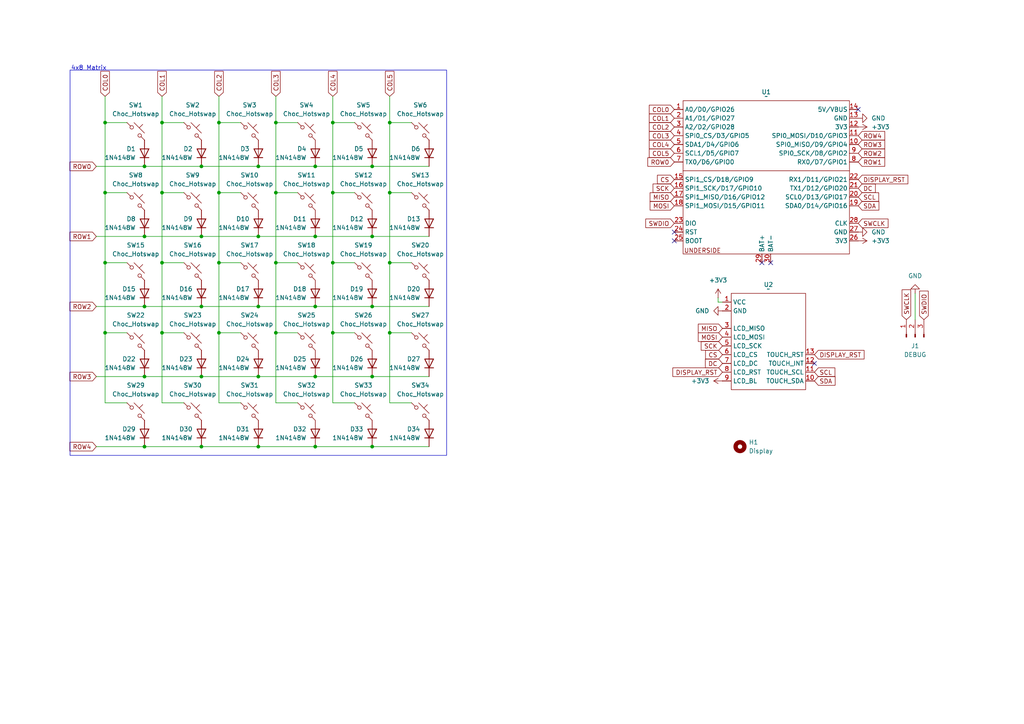
<source format=kicad_sch>
(kicad_sch (version 20231120) (generator "eeschema") (generator_version "8.0")
  (paper "A4")
  (lib_symbols
    (symbol "Connector:Conn_01x03_Pin" (pin_names (offset 1.016) hide)
      (property "Reference" "J" (at 0 5.08 0))
      (property "Value" "Conn_01x03_Pin" (at 0 -5.08 0))
      (symbol "Conn_01x03_Pin_1_1"
        (polyline (pts (xy 1.27 -2.54) (xy 0.8636 -2.54)) (stroke (width 0.1524)))
        (polyline (pts (xy 1.27 0) (xy 0.8636 0)) (stroke (width 0.1524)))
        (polyline (pts (xy 1.27 2.54) (xy 0.8636 2.54)) (stroke (width 0.1524)))
        (rectangle (start 0.8636 -2.413) (end 0 -2.667) (stroke (width 0.1524)) (fill (type outline)))
        (rectangle (start 0.8636 0.127) (end 0 -0.127) (stroke (width 0.1524)) (fill (type outline)))
        (rectangle (start 0.8636 2.667) (end 0 2.413) (stroke (width 0.1524)) (fill (type outline)))
        (pin passive line (at 5.08 2.54 180) (length 3.81) (name "Pin_1") (number "1"))
        (pin passive line (at 5.08 0 180) (length 3.81) (name "Pin_2") (number "2"))
        (pin passive line (at 5.08 -2.54 180) (length 3.81) (name "Pin_3") (number "3"))
      )
    )
    (symbol "Diode:1N4148W" (pin_numbers hide) (pin_names hide)
      (property "Reference" "D" (at 0 2.54 0))
      (property "Value" "1N4148W" (at 0 -2.54 0))
      (symbol "1N4148W_0_1"
        (polyline (pts (xy -1.27 1.27) (xy -1.27 -1.27)) (stroke (width 0.254)))
        (polyline (pts (xy 1.27 0) (xy -1.27 0)))
        (polyline (pts (xy 1.27 1.27) (xy 1.27 -1.27) (xy -1.27 0) (xy 1.27 1.27)) (stroke (width 0.254)))
      )
      (symbol "1N4148W_1_1"
        (pin passive line (at -3.81 0 0) (length 2.54) (name "K") (number "1"))
        (pin passive line (at 3.81 0 180) (length 2.54) (name "A") (number "2"))
      )
    )
    (symbol "Mechanical:MountingHole" (pin_names (offset 1.016)) (exclude_from_sim yes) (in_bom no)
      (property "Reference" "H" (at 0 5.08 0))
      (property "Value" "MountingHole" (at 0 3.175 0))
      (symbol "MountingHole_0_1"
        (circle (center 0 0) (radius 1.27) (stroke (width 1.27)))
      )
    )
    (symbol "Switch:SW_Push_45deg" (pin_numbers hide) (pin_names (offset 1.016) hide)
      (property "Reference" "SW" (at 3.048 1.016 0))
      (property "Value" "SW_Push_45deg" (at 0 -3.81 0))
      (symbol "SW_Push_45deg_0_1"
        (circle (center -1.1684 1.1684) (radius 0.508))
        (polyline (pts (xy -0.508 2.54) (xy 2.54 -0.508)))
        (polyline (pts (xy 1.016 1.016) (xy 2.032 2.032)))
        (polyline (pts (xy -2.54 2.54) (xy -1.524 1.524) (xy -1.524 1.524)))
        (polyline (pts (xy 1.524 -1.524) (xy 2.54 -2.54) (xy 2.54 -2.54) (xy 2.54 -2.54)))
        (circle (center 1.143 -1.1938) (radius 0.508))
        (pin passive line (at -2.54 2.54 0) (length 0) (name "1") (number "1"))
        (pin passive line (at 2.54 -2.54 180) (length 0) (name "2") (number "2"))
      )
    )
    (symbol "cgx_kb:Waveshare-Touch-LCD"
      (property "Reference" "U" (at 0.508 0.762 0))
      (symbol "Waveshare-Touch-LCD_0_1"
        (rectangle (start 0 0) (end 21.59 -27.94))
      )
      (symbol "Waveshare-Touch-LCD_1_1"
        (pin power_in line (at -2.54 -2.54 0) (length 2.54) (name "VCC") (number "1"))
        (pin input line (at 24.13 -25.4 180) (length 2.54) (name "TOUCH_SDA") (number "10"))
        (pin input line (at 24.13 -22.86 180) (length 2.54) (name "TOUCH_SCL") (number "11"))
        (pin input line (at 24.13 -20.32 180) (length 2.54) (name "TOUCH_INT") (number "12"))
        (pin input line (at 24.13 -17.78 180) (length 2.54) (name "TOUCH_RST") (number "13"))
        (pin power_in line (at -2.54 -5.08 0) (length 2.54) (name "GND") (number "2"))
        (pin output line (at -2.54 -10.16 0) (length 2.54) (name "LCD_MISO") (number "3"))
        (pin input line (at -2.54 -12.7 0) (length 2.54) (name "LCD_MOSI") (number "4"))
        (pin input line (at -2.54 -15.24 0) (length 2.54) (name "LCD_SCK") (number "5"))
        (pin input line (at -2.54 -17.78 0) (length 2.54) (name "LCD_CS") (number "6"))
        (pin input line (at -2.54 -20.32 0) (length 2.54) (name "LCD_DC") (number "7"))
        (pin input line (at -2.54 -22.86 0) (length 2.54) (name "LCD_RST") (number "8"))
        (pin input line (at -2.54 -25.4 0) (length 2.54) (name "LCD_BL") (number "9"))
      )
    )
    (symbol "cgx_kb:Xiao_2350"
      (property "Reference" "U" (at 0.762 1.016 0))
      (symbol "Xiao_2350_0_1"
        (polyline (pts (xy 0 -20.32) (xy 48.26 -20.32)))
        (rectangle (start 0 0) (end 48.26 -44.45))
      )
      (symbol "Xiao_2350_1_1"
        (text "UNDERSIDE" (at 0.254 -44.196 0) (effects (font (size 1.27 1.27)) (justify left bottom)))
        (pin bidirectional line (at -2.54 -2.54 0) (length 2.54) (name "A0/D0/GPIO26") (number "1"))
        (pin bidirectional line (at 50.8 -12.7 180) (length 2.54) (name "SPI0_MISO/D9/GPIO4") (number "10"))
        (pin bidirectional line (at 50.8 -10.16 180) (length 2.54) (name "SPI0_MOSI/D10/GPIO3") (number "11"))
        (pin power_out line (at 50.8 -7.62 180) (length 2.54) (name "3V3") (number "12"))
        (pin power_out line (at 50.8 -5.08 180) (length 2.54) (name "GND") (number "13"))
        (pin power_in line (at 50.8 -2.54 180) (length 2.54) (name "5V/VBUS") (number "14"))
        (pin bidirectional line (at -2.54 -22.86 0) (length 2.54) (name "SPI1_CS/D18/GPIO9") (number "15"))
        (pin bidirectional line (at -2.54 -25.4 0) (length 2.54) (name "SPI1_SCK/D17/GPIO10") (number "16"))
        (pin bidirectional line (at -2.54 -27.94 0) (length 2.54) (name "SPI1_MISO/D16/GPIO12") (number "17"))
        (pin bidirectional line (at -2.54 -30.48 0) (length 2.54) (name "SPI1_MOSI/D15/GPIO11") (number "18"))
        (pin bidirectional line (at 50.8 -30.48 180) (length 2.54) (name "SDA0/D14/GPIO16") (number "19"))
        (pin bidirectional line (at -2.54 -5.08 0) (length 2.54) (name "A1/D1/GPIO27") (number "2"))
        (pin bidirectional line (at 50.8 -27.94 180) (length 2.54) (name "SCL0/D13/GPIO17") (number "20"))
        (pin bidirectional line (at 50.8 -25.4 180) (length 2.54) (name "TX1/D12/GPIO20") (number "21"))
        (pin bidirectional line (at 50.8 -22.86 180) (length 2.54) (name "RX1/D11/GPIO21") (number "22"))
        (pin bidirectional line (at -2.54 -35.56 0) (length 2.54) (name "DIO") (number "23"))
        (pin input line (at -2.54 -38.1 0) (length 2.54) (name "RST") (number "24"))
        (pin input line (at -2.54 -40.64 0) (length 2.54) (name "BOOT") (number "25"))
        (pin power_out line (at 50.8 -40.64 180) (length 2.54) (name "3V3") (number "26"))
        (pin power_in line (at 50.8 -38.1 180) (length 2.54) (name "GND") (number "27"))
        (pin bidirectional line (at 50.8 -35.56 180) (length 2.54) (name "CLK") (number "28"))
        (pin power_in line (at 22.86 -46.99 90) (length 2.54) (name "BAT+") (number "29"))
        (pin bidirectional line (at -2.54 -7.62 0) (length 2.54) (name "A2/D2/GPIO28") (number "3"))
        (pin power_in line (at 25.4 -46.99 90) (length 2.54) (name "BAT-") (number "30"))
        (pin bidirectional line (at -2.54 -10.16 0) (length 2.54) (name "SPI0_CS/D3/GPIO5") (number "4"))
        (pin bidirectional line (at -2.54 -12.7 0) (length 2.54) (name "SDA1/D4/GPIO6") (number "5"))
        (pin bidirectional line (at -2.54 -15.24 0) (length 2.54) (name "SCL1/D5/GPIO7") (number "6"))
        (pin bidirectional line (at -2.54 -17.78 0) (length 2.54) (name "TX0/D6/GPIO0") (number "7"))
        (pin bidirectional line (at 50.8 -17.78 180) (length 2.54) (name "RX0/D7/GPIO1") (number "8"))
        (pin bidirectional line (at 50.8 -15.24 180) (length 2.54) (name "SPI0_SCK/D8/GPIO2") (number "9"))
      )
    )
    (symbol "power:+3V3" (power) (pin_numbers hide) (pin_names (offset 0) hide)
      (property "Value" "+3V3" (at 0 3.556 0))
      (symbol "+3V3_0_1"
        (polyline (pts (xy -0.762 1.27) (xy 0 2.54)))
        (polyline (pts (xy 0 0) (xy 0 2.54)))
        (polyline (pts (xy 0 2.54) (xy 0.762 1.27)))
      )
      (symbol "+3V3_1_1"
        (pin power_in line (at 0 0 90) (length 0) (name "~") (number "1"))
      )
    )
    (symbol "power:GND" (power) (pin_numbers hide) (pin_names (offset 0) hide)
      (property "Value" "GND" (at 0 -3.81 0))
      (symbol "GND_0_1"
        (polyline (pts (xy 0 0) (xy 0 -1.27) (xy 1.27 -1.27) (xy 0 -2.54) (xy -1.27 -1.27) (xy 0 -1.27)))
      )
      (symbol "GND_1_1"
        (pin power_in line (at 0 0 270) (length 0) (name "~") (number "1"))
      )
    )
  )
  (junction (at 58.42 88.9))
  (junction (at 74.93 88.9))
  (junction (at 30.48 96.52))
  (junction (at 63.5 96.52))
  (junction (at 58.42 109.22))
  (junction (at 107.95 129.54))
  (junction (at 74.93 48.26))
  (junction (at 80.01 55.88))
  (junction (at 96.52 35.56))
  (junction (at 80.01 96.52))
  (junction (at 80.01 35.56))
  (junction (at 63.5 35.56))
  (junction (at 41.91 68.58))
  (junction (at 91.44 48.26))
  (junction (at 96.52 96.52))
  (junction (at 113.03 55.88))
  (junction (at 96.52 55.88))
  (junction (at 113.03 76.2))
  (junction (at 41.91 109.22))
  (junction (at 46.99 55.88))
  (junction (at 107.95 68.58))
  (junction (at 41.91 129.54))
  (junction (at 63.5 55.88))
  (junction (at 41.91 88.9))
  (junction (at 74.93 68.58))
  (junction (at 107.95 48.26))
  (junction (at 58.42 48.26))
  (junction (at 107.95 109.22))
  (junction (at 96.52 76.2))
  (junction (at 91.44 109.22))
  (junction (at 91.44 68.58))
  (junction (at 58.42 129.54))
  (junction (at 74.93 109.22))
  (junction (at 30.48 35.56))
  (junction (at 80.01 76.2))
  (junction (at 30.48 76.2))
  (junction (at 46.99 96.52))
  (junction (at 41.91 48.26))
  (junction (at 46.99 76.2))
  (junction (at 30.48 55.88))
  (junction (at 113.03 35.56))
  (junction (at 113.03 96.52))
  (junction (at 58.42 68.58))
  (junction (at 63.5 76.2))
  (junction (at 74.93 129.54))
  (junction (at 91.44 88.9))
  (junction (at 91.44 129.54))
  (junction (at 46.99 35.56))
  (junction (at 107.95 88.9))
  (no_connect (at 236.22 105.41))
  (no_connect (at 248.92 31.75))
  (no_connect (at 223.52 76.2))
  (no_connect (at 220.98 76.2))
  (no_connect (at 195.58 69.85))
  (no_connect (at 195.58 67.31))
  (wire (pts (xy 80.01 76.2) (xy 80.01 96.52)))
  (wire (pts (xy 91.44 109.22) (xy 107.95 109.22)))
  (wire (pts (xy 63.5 27.94) (xy 63.5 35.56)))
  (wire (pts (xy 80.01 35.56) (xy 80.01 55.88)))
  (wire (pts (xy 27.94 88.9) (xy 41.91 88.9)))
  (wire (pts (xy 58.42 109.22) (xy 74.93 109.22)))
  (wire (pts (xy 91.44 68.58) (xy 107.95 68.58)))
  (wire (pts (xy 80.01 96.52) (xy 86.36 96.52)))
  (wire (pts (xy 46.99 76.2) (xy 46.99 96.52)))
  (wire (pts (xy 46.99 96.52) (xy 53.34 96.52)))
  (wire (pts (xy 30.48 55.88) (xy 36.83 55.88)))
  (wire (pts (xy 96.52 35.56) (xy 96.52 55.88)))
  (wire (pts (xy 91.44 48.26) (xy 107.95 48.26)))
  (wire (pts (xy 46.99 96.52) (xy 46.99 116.84)))
  (wire (pts (xy 208.28 87.63) (xy 208.28 86.36)))
  (wire (pts (xy 30.48 35.56) (xy 36.83 35.56)))
  (wire (pts (xy 74.93 109.22) (xy 91.44 109.22)))
  (wire (pts (xy 27.94 68.58) (xy 41.91 68.58)))
  (wire (pts (xy 58.42 88.9) (xy 74.93 88.9)))
  (wire (pts (xy 30.48 55.88) (xy 30.48 76.2)))
  (wire (pts (xy 74.93 88.9) (xy 91.44 88.9)))
  (wire (pts (xy 74.93 48.26) (xy 91.44 48.26)))
  (wire (pts (xy 63.5 76.2) (xy 63.5 96.52)))
  (wire (pts (xy 63.5 55.88) (xy 69.85 55.88)))
  (wire (pts (xy 63.5 35.56) (xy 63.5 55.88)))
  (wire (pts (xy 27.94 129.54) (xy 41.91 129.54)))
  (wire (pts (xy 30.48 76.2) (xy 30.48 96.52)))
  (wire (pts (xy 113.03 55.88) (xy 119.38 55.88)))
  (wire (pts (xy 96.52 27.94) (xy 96.52 35.56)))
  (wire (pts (xy 30.48 35.56) (xy 30.48 55.88)))
  (wire (pts (xy 113.03 27.94) (xy 113.03 35.56)))
  (wire (pts (xy 96.52 76.2) (xy 102.87 76.2)))
  (wire (pts (xy 80.01 35.56) (xy 86.36 35.56)))
  (wire (pts (xy 113.03 96.52) (xy 119.38 96.52)))
  (wire (pts (xy 96.52 35.56) (xy 102.87 35.56)))
  (wire (pts (xy 27.94 109.22) (xy 41.91 109.22)))
  (wire (pts (xy 27.94 48.26) (xy 41.91 48.26)))
  (wire (pts (xy 113.03 76.2) (xy 119.38 76.2)))
  (wire (pts (xy 30.48 96.52) (xy 36.83 96.52)))
  (wire (pts (xy 30.48 116.84) (xy 36.83 116.84)))
  (wire (pts (xy 63.5 96.52) (xy 69.85 96.52)))
  (wire (pts (xy 46.99 35.56) (xy 53.34 35.56)))
  (wire (pts (xy 80.01 27.94) (xy 80.01 35.56)))
  (wire (pts (xy 41.91 129.54) (xy 58.42 129.54)))
  (wire (pts (xy 107.95 68.58) (xy 124.46 68.58)))
  (wire (pts (xy 113.03 96.52) (xy 113.03 116.84)))
  (wire (pts (xy 209.55 87.63) (xy 208.28 87.63)))
  (wire (pts (xy 113.03 35.56) (xy 119.38 35.56)))
  (wire (pts (xy 96.52 76.2) (xy 96.52 96.52)))
  (wire (pts (xy 63.5 76.2) (xy 69.85 76.2)))
  (wire (pts (xy 30.48 76.2) (xy 36.83 76.2)))
  (wire (pts (xy 96.52 55.88) (xy 96.52 76.2)))
  (wire (pts (xy 107.95 88.9) (xy 124.46 88.9)))
  (wire (pts (xy 107.95 109.22) (xy 124.46 109.22)))
  (wire (pts (xy 96.52 55.88) (xy 102.87 55.88)))
  (wire (pts (xy 63.5 35.56) (xy 69.85 35.56)))
  (wire (pts (xy 113.03 55.88) (xy 113.03 76.2)))
  (wire (pts (xy 30.48 96.52) (xy 30.48 116.84)))
  (wire (pts (xy 91.44 129.54) (xy 107.95 129.54)))
  (wire (pts (xy 46.99 76.2) (xy 53.34 76.2)))
  (wire (pts (xy 80.01 116.84) (xy 86.36 116.84)))
  (wire (pts (xy 265.43 85.09) (xy 265.43 92.71)))
  (wire (pts (xy 46.99 55.88) (xy 53.34 55.88)))
  (wire (pts (xy 58.42 129.54) (xy 74.93 129.54)))
  (wire (pts (xy 41.91 88.9) (xy 58.42 88.9)))
  (wire (pts (xy 113.03 35.56) (xy 113.03 55.88)))
  (wire (pts (xy 91.44 88.9) (xy 107.95 88.9)))
  (wire (pts (xy 80.01 55.88) (xy 80.01 76.2)))
  (wire (pts (xy 63.5 116.84) (xy 69.85 116.84)))
  (wire (pts (xy 46.99 55.88) (xy 46.99 76.2)))
  (wire (pts (xy 46.99 35.56) (xy 46.99 55.88)))
  (wire (pts (xy 96.52 96.52) (xy 102.87 96.52)))
  (wire (pts (xy 80.01 76.2) (xy 86.36 76.2)))
  (wire (pts (xy 58.42 68.58) (xy 74.93 68.58)))
  (wire (pts (xy 41.91 48.26) (xy 58.42 48.26)))
  (wire (pts (xy 74.93 68.58) (xy 91.44 68.58)))
  (wire (pts (xy 30.48 27.94) (xy 30.48 35.56)))
  (wire (pts (xy 41.91 109.22) (xy 58.42 109.22)))
  (wire (pts (xy 58.42 48.26) (xy 74.93 48.26)))
  (wire (pts (xy 96.52 96.52) (xy 96.52 116.84)))
  (wire (pts (xy 80.01 96.52) (xy 80.01 116.84)))
  (wire (pts (xy 63.5 55.88) (xy 63.5 76.2)))
  (wire (pts (xy 113.03 116.84) (xy 119.38 116.84)))
  (wire (pts (xy 113.03 76.2) (xy 113.03 96.52)))
  (wire (pts (xy 46.99 116.84) (xy 53.34 116.84)))
  (wire (pts (xy 74.93 129.54) (xy 91.44 129.54)))
  (wire (pts (xy 107.95 129.54) (xy 124.46 129.54)))
  (wire (pts (xy 80.01 55.88) (xy 86.36 55.88)))
  (wire (pts (xy 107.95 48.26) (xy 124.46 48.26)))
  (wire (pts (xy 46.99 27.94) (xy 46.99 35.56)))
  (wire (pts (xy 63.5 96.52) (xy 63.5 116.84)))
  (wire (pts (xy 41.91 68.58) (xy 58.42 68.58)))
  (wire (pts (xy 96.52 116.84) (xy 102.87 116.84)))
  (rectangle (start 20.32 20.32) (end 129.54 132.08))
  (text "4x8 Matrix" (at 20.574 20.574 0) (effects (font (size 1.27 1.27)) (justify left bottom)))
  (global_label "COL5" (shape input) (at 195.58 44.45 180) (property "Intersheetrefs" "${INTERSHEET_REFS}" (effects (hide yes))))
  (global_label "ROW0" (shape input) (at 27.94 48.26 180) (property "Intersheetrefs" "${INTERSHEET_REFS}" (effects (hide yes))))
  (global_label "SDA" (shape input) (at 248.92 59.69 0) (property "Intersheetrefs" "${INTERSHEET_REFS}" (effects (hide yes))))
  (global_label "MOSI" (shape input) (at 195.58 59.69 180) (property "Intersheetrefs" "${INTERSHEET_REFS}" (effects (hide yes))))
  (global_label "CS" (shape input) (at 209.55 102.87 180) (property "Intersheetrefs" "${INTERSHEET_REFS}" (effects (hide yes))))
  (global_label "SWDIO" (shape input) (at 195.58 64.77 180) (property "Intersheetrefs" "${INTERSHEET_REFS}" (effects (hide yes))))
  (global_label "SDA" (shape input) (at 236.22 110.49 0) (property "Intersheetrefs" "${INTERSHEET_REFS}" (effects (hide yes))))
  (global_label "MISO" (shape input) (at 209.55 95.25 180) (property "Intersheetrefs" "${INTERSHEET_REFS}" (effects (hide yes))))
  (global_label "COL0" (shape input) (at 30.48 27.94 90) (property "Intersheetrefs" "${INTERSHEET_REFS}" (effects (hide yes))))
  (global_label "SWDIO" (shape input) (at 267.97 92.71 90) (property "Intersheetrefs" "${INTERSHEET_REFS}" (effects (hide yes))))
  (global_label "ROW1" (shape input) (at 248.92 46.99 0) (property "Intersheetrefs" "${INTERSHEET_REFS}" (effects (hide yes))))
  (global_label "DISPLAY_RST" (shape input) (at 248.92 52.07 0) (property "Intersheetrefs" "${INTERSHEET_REFS}" (effects (hide yes))))
  (global_label "ROW0" (shape input) (at 195.58 46.99 180) (property "Intersheetrefs" "${INTERSHEET_REFS}" (effects (hide yes))))
  (global_label "COL3" (shape input) (at 80.01 27.94 90) (property "Intersheetrefs" "${INTERSHEET_REFS}" (effects (hide yes))))
  (global_label "COL4" (shape input) (at 96.52 27.94 90) (property "Intersheetrefs" "${INTERSHEET_REFS}" (effects (hide yes))))
  (global_label "SCL" (shape input) (at 236.22 107.95 0) (property "Intersheetrefs" "${INTERSHEET_REFS}" (effects (hide yes))))
  (global_label "SCL" (shape input) (at 248.92 57.15 0) (property "Intersheetrefs" "${INTERSHEET_REFS}" (effects (hide yes))))
  (global_label "ROW4" (shape input) (at 248.92 39.37 0) (property "Intersheetrefs" "${INTERSHEET_REFS}" (effects (hide yes))))
  (global_label "DC" (shape input) (at 209.55 105.41 180) (property "Intersheetrefs" "${INTERSHEET_REFS}" (effects (hide yes))))
  (global_label "ROW2" (shape input) (at 27.94 88.9 180) (property "Intersheetrefs" "${INTERSHEET_REFS}" (effects (hide yes))))
  (global_label "ROW4" (shape input) (at 27.94 129.54 180) (property "Intersheetrefs" "${INTERSHEET_REFS}" (effects (hide yes))))
  (global_label "COL0" (shape input) (at 195.58 31.75 180) (property "Intersheetrefs" "${INTERSHEET_REFS}" (effects (hide yes))))
  (global_label "COL4" (shape input) (at 195.58 41.91 180) (property "Intersheetrefs" "${INTERSHEET_REFS}" (effects (hide yes))))
  (global_label "ROW2" (shape input) (at 248.92 44.45 0) (property "Intersheetrefs" "${INTERSHEET_REFS}" (effects (hide yes))))
  (global_label "COL3" (shape input) (at 195.58 39.37 180) (property "Intersheetrefs" "${INTERSHEET_REFS}" (effects (hide yes))))
  (global_label "COL1" (shape input) (at 195.58 34.29 180) (property "Intersheetrefs" "${INTERSHEET_REFS}" (effects (hide yes))))
  (global_label "SCK" (shape input) (at 195.58 54.61 180) (property "Intersheetrefs" "${INTERSHEET_REFS}" (effects (hide yes))))
  (global_label "DISPLAY_RST" (shape input) (at 209.55 107.95 180) (property "Intersheetrefs" "${INTERSHEET_REFS}" (effects (hide yes))))
  (global_label "COL5" (shape input) (at 113.03 27.94 90) (property "Intersheetrefs" "${INTERSHEET_REFS}" (effects (hide yes))))
  (global_label "DC" (shape input) (at 248.92 54.61 0) (property "Intersheetrefs" "${INTERSHEET_REFS}" (effects (hide yes))))
  (global_label "COL1" (shape input) (at 46.99 27.94 90) (property "Intersheetrefs" "${INTERSHEET_REFS}" (effects (hide yes))))
  (global_label "SWCLK" (shape input) (at 248.92 64.77 0) (property "Intersheetrefs" "${INTERSHEET_REFS}" (effects (hide yes))))
  (global_label "MISO" (shape input) (at 195.58 57.15 180) (property "Intersheetrefs" "${INTERSHEET_REFS}" (effects (hide yes))))
  (global_label "SCK" (shape input) (at 209.55 100.33 180) (property "Intersheetrefs" "${INTERSHEET_REFS}" (effects (hide yes))))
  (global_label "DISPLAY_RST" (shape input) (at 236.22 102.87 0) (property "Intersheetrefs" "${INTERSHEET_REFS}" (effects (hide yes))))
  (global_label "ROW3" (shape input) (at 248.92 41.91 0) (property "Intersheetrefs" "${INTERSHEET_REFS}" (effects (hide yes))))
  (global_label "SWCLK" (shape input) (at 262.89 92.71 90) (property "Intersheetrefs" "${INTERSHEET_REFS}" (effects (hide yes))))
  (global_label "COL2" (shape input) (at 195.58 36.83 180) (property "Intersheetrefs" "${INTERSHEET_REFS}" (effects (hide yes))))
  (global_label "ROW1" (shape input) (at 27.94 68.58 180) (property "Intersheetrefs" "${INTERSHEET_REFS}" (effects (hide yes))))
  (global_label "COL2" (shape input) (at 63.5 27.94 90) (property "Intersheetrefs" "${INTERSHEET_REFS}" (effects (hide yes))))
  (global_label "ROW3" (shape input) (at 27.94 109.22 180) (property "Intersheetrefs" "${INTERSHEET_REFS}" (effects (hide yes))))
  (global_label "CS" (shape input) (at 195.58 52.07 180) (property "Intersheetrefs" "${INTERSHEET_REFS}" (effects (hide yes))))
  (global_label "MOSI" (shape input) (at 209.55 97.79 180) (property "Intersheetrefs" "${INTERSHEET_REFS}" (effects (hide yes))))
  (symbol (lib_id "Switch:SW_Push_45deg") (at 72.39 38.1 0) (unit 1)
    (property "Reference" "SW3" (at 72.39 30.48 0))
    (property "Value" "Choc_Hotswap" (at 72.39 33.02 0))
    (property "Footprint" "PCM_Switch_Keyboard_Hotswap_Kailh:SW_Hotswap_Kailh_Choc_V1V2_Plated_1.00u" (effects (hide yes)))
    (property "Description" "Push button switch, normally open, two pins, 45° tilted" (effects (hide yes)))
  )
  (symbol (lib_id "Diode:1N4148W") (at 124.46 125.73 270) (mirror x) (unit 1)
    (property "Reference" "D34" (at 121.92 124.4599 90) (effects (justify right)))
    (property "Value" "1N4148W" (at 121.92 126.9999 90) (effects (justify right)))
    (property "Footprint" "Diode_SMD:D_SOD-123" (effects (hide yes)))
    (property "Datasheet" "https://www.vishay.com/docs/85748/1n4148w.pdf" (effects (hide yes)))
    (property "Description" "75V 0.15A Fast Switching Diode, SOD-123" (effects (hide yes)))
    (property "Sim.Device" "D" (effects (hide yes)))
    (property "Sim.Pins" "1=K 2=A" (effects (hide yes)))
  )
  (symbol (lib_id "Switch:SW_Push_45deg") (at 105.41 78.74 0) (unit 1)
    (property "Reference" "SW19" (at 105.41 71.12 0))
    (property "Value" "Choc_Hotswap" (at 105.41 73.66 0))
    (property "Footprint" "PCM_Switch_Keyboard_Hotswap_Kailh:SW_Hotswap_Kailh_Choc_V1V2_Plated_1.00u" (effects (hide yes)))
    (property "Description" "Push button switch, normally open, two pins, 45° tilted" (effects (hide yes)))
  )
  (symbol (lib_id "Diode:1N4148W") (at 91.44 85.09 270) (mirror x) (unit 1)
    (property "Reference" "D18" (at 88.9 83.8199 90) (effects (justify right)))
    (property "Value" "1N4148W" (at 88.9 86.3599 90) (effects (justify right)))
    (property "Footprint" "Diode_SMD:D_SOD-123" (effects (hide yes)))
    (property "Datasheet" "https://www.vishay.com/docs/85748/1n4148w.pdf" (effects (hide yes)))
    (property "Description" "75V 0.15A Fast Switching Diode, SOD-123" (effects (hide yes)))
    (property "Sim.Device" "D" (effects (hide yes)))
    (property "Sim.Pins" "1=K 2=A" (effects (hide yes)))
  )
  (symbol (lib_id "Diode:1N4148W") (at 107.95 44.45 270) (mirror x) (unit 1)
    (property "Reference" "D5" (at 105.41 43.1799 90) (effects (justify right)))
    (property "Value" "1N4148W" (at 105.41 45.7199 90) (effects (justify right)))
    (property "Footprint" "Diode_SMD:D_SOD-123" (effects (hide yes)))
    (property "Datasheet" "https://www.vishay.com/docs/85748/1n4148w.pdf" (effects (hide yes)))
    (property "Description" "75V 0.15A Fast Switching Diode, SOD-123" (effects (hide yes)))
    (property "Sim.Device" "D" (effects (hide yes)))
    (property "Sim.Pins" "1=K 2=A" (effects (hide yes)))
  )
  (symbol (lib_id "cgx_kb:Waveshare-Touch-LCD") (at 212.09 85.09 0) (unit 1)
    (property "Reference" "U2" (at 222.885 82.55 0))
    (property "Value" "~" (at 222.885 83.82 0))
    (property "Footprint" "Connector_PinHeader_2.54mm:PinHeader_1x13_P2.54mm_Horizontal" (effects (hide yes)))
  )
  (symbol (lib_id "Diode:1N4148W") (at 74.93 44.45 270) (mirror x) (unit 1)
    (property "Reference" "D3" (at 72.39 43.1799 90) (effects (justify right)))
    (property "Value" "1N4148W" (at 72.39 45.7199 90) (effects (justify right)))
    (property "Footprint" "Diode_SMD:D_SOD-123" (effects (hide yes)))
    (property "Datasheet" "https://www.vishay.com/docs/85748/1n4148w.pdf" (effects (hide yes)))
    (property "Description" "75V 0.15A Fast Switching Diode, SOD-123" (effects (hide yes)))
    (property "Sim.Device" "D" (effects (hide yes)))
    (property "Sim.Pins" "1=K 2=A" (effects (hide yes)))
  )
  (symbol (lib_id "Switch:SW_Push_45deg") (at 39.37 78.74 0) (unit 1)
    (property "Reference" "SW15" (at 39.37 71.12 0))
    (property "Value" "Choc_Hotswap" (at 39.37 73.66 0))
    (property "Footprint" "PCM_Switch_Keyboard_Hotswap_Kailh:SW_Hotswap_Kailh_Choc_V1V2_Plated_1.00u" (effects (hide yes)))
    (property "Description" "Push button switch, normally open, two pins, 45° tilted" (effects (hide yes)))
  )
  (symbol (lib_id "Switch:SW_Push_45deg") (at 39.37 58.42 0) (unit 1)
    (property "Reference" "SW8" (at 39.37 50.8 0))
    (property "Value" "Choc_Hotswap" (at 39.37 53.34 0))
    (property "Footprint" "PCM_Switch_Keyboard_Hotswap_Kailh:SW_Hotswap_Kailh_Choc_V1V2_Plated_1.00u" (effects (hide yes)))
    (property "Description" "Push button switch, normally open, two pins, 45° tilted" (effects (hide yes)))
  )
  (symbol (lib_id "Diode:1N4148W") (at 91.44 44.45 270) (mirror x) (unit 1)
    (property "Reference" "D4" (at 88.9 43.1799 90) (effects (justify right)))
    (property "Value" "1N4148W" (at 88.9 45.7199 90) (effects (justify right)))
    (property "Footprint" "Diode_SMD:D_SOD-123" (effects (hide yes)))
    (property "Datasheet" "https://www.vishay.com/docs/85748/1n4148w.pdf" (effects (hide yes)))
    (property "Description" "75V 0.15A Fast Switching Diode, SOD-123" (effects (hide yes)))
    (property "Sim.Device" "D" (effects (hide yes)))
    (property "Sim.Pins" "1=K 2=A" (effects (hide yes)))
  )
  (symbol (lib_id "Switch:SW_Push_45deg") (at 55.88 99.06 0) (unit 1)
    (property "Reference" "SW23" (at 55.88 91.44 0))
    (property "Value" "Choc_Hotswap" (at 55.88 93.98 0))
    (property "Footprint" "PCM_Switch_Keyboard_Hotswap_Kailh:SW_Hotswap_Kailh_Choc_V1V2_Plated_1.00u" (effects (hide yes)))
    (property "Description" "Push button switch, normally open, two pins, 45° tilted" (effects (hide yes)))
  )
  (symbol (lib_id "Switch:SW_Push_45deg") (at 72.39 119.38 0) (unit 1)
    (property "Reference" "SW31" (at 72.39 111.76 0))
    (property "Value" "Choc_Hotswap" (at 72.39 114.3 0))
    (property "Footprint" "PCM_Switch_Keyboard_Hotswap_Kailh:SW_Hotswap_Kailh_Choc_V1V2_Plated_1.00u" (effects (hide yes)))
    (property "Description" "Push button switch, normally open, two pins, 45° tilted" (effects (hide yes)))
  )
  (symbol (lib_id "Diode:1N4148W") (at 74.93 85.09 270) (mirror x) (unit 1)
    (property "Reference" "D17" (at 72.39 83.8199 90) (effects (justify right)))
    (property "Value" "1N4148W" (at 72.39 86.3599 90) (effects (justify right)))
    (property "Footprint" "Diode_SMD:D_SOD-123" (effects (hide yes)))
    (property "Datasheet" "https://www.vishay.com/docs/85748/1n4148w.pdf" (effects (hide yes)))
    (property "Description" "75V 0.15A Fast Switching Diode, SOD-123" (effects (hide yes)))
    (property "Sim.Device" "D" (effects (hide yes)))
    (property "Sim.Pins" "1=K 2=A" (effects (hide yes)))
  )
  (symbol (lib_id "Diode:1N4148W") (at 91.44 125.73 270) (mirror x) (unit 1)
    (property "Reference" "D32" (at 88.9 124.4599 90) (effects (justify right)))
    (property "Value" "1N4148W" (at 88.9 126.9999 90) (effects (justify right)))
    (property "Footprint" "Diode_SMD:D_SOD-123" (effects (hide yes)))
    (property "Datasheet" "https://www.vishay.com/docs/85748/1n4148w.pdf" (effects (hide yes)))
    (property "Description" "75V 0.15A Fast Switching Diode, SOD-123" (effects (hide yes)))
    (property "Sim.Device" "D" (effects (hide yes)))
    (property "Sim.Pins" "1=K 2=A" (effects (hide yes)))
  )
  (symbol (lib_id "power:GND") (at 248.92 67.31 90) (unit 1)
    (property "Reference" "#PWR05" (effects (hide yes)))
    (property "Value" "GND" (at 252.73 67.3099 90) (effects (justify right)))
    (property "Description" "Power symbol creates a global label with name \"GND\" , ground" (effects (hide yes)))
  )
  (symbol (lib_id "Switch:SW_Push_45deg") (at 39.37 38.1 0) (unit 1)
    (property "Reference" "SW1" (at 39.37 30.48 0))
    (property "Value" "Choc_Hotswap" (at 39.37 33.02 0))
    (property "Footprint" "PCM_Switch_Keyboard_Hotswap_Kailh:SW_Hotswap_Kailh_Choc_V1V2_Plated_1.00u" (effects (hide yes)))
    (property "Description" "Push button switch, normally open, two pins, 45° tilted" (effects (hide yes)))
  )
  (symbol (lib_id "Switch:SW_Push_45deg") (at 72.39 99.06 0) (unit 1)
    (property "Reference" "SW24" (at 72.39 91.44 0))
    (property "Value" "Choc_Hotswap" (at 72.39 93.98 0))
    (property "Footprint" "PCM_Switch_Keyboard_Hotswap_Kailh:SW_Hotswap_Kailh_Choc_V1V2_Plated_1.00u" (effects (hide yes)))
    (property "Description" "Push button switch, normally open, two pins, 45° tilted" (effects (hide yes)))
  )
  (symbol (lib_id "Switch:SW_Push_45deg") (at 88.9 119.38 0) (unit 1)
    (property "Reference" "SW32" (at 88.9 111.76 0))
    (property "Value" "Choc_Hotswap" (at 88.9 114.3 0))
    (property "Footprint" "PCM_Switch_Keyboard_Hotswap_Kailh:SW_Hotswap_Kailh_Choc_V1V2_Plated_1.00u" (effects (hide yes)))
    (property "Description" "Push button switch, normally open, two pins, 45° tilted" (effects (hide yes)))
  )
  (symbol (lib_id "Diode:1N4148W") (at 74.93 105.41 270) (mirror x) (unit 1)
    (property "Reference" "D24" (at 72.39 104.1399 90) (effects (justify right)))
    (property "Value" "1N4148W" (at 72.39 106.6799 90) (effects (justify right)))
    (property "Footprint" "Diode_SMD:D_SOD-123" (effects (hide yes)))
    (property "Datasheet" "https://www.vishay.com/docs/85748/1n4148w.pdf" (effects (hide yes)))
    (property "Description" "75V 0.15A Fast Switching Diode, SOD-123" (effects (hide yes)))
    (property "Sim.Device" "D" (effects (hide yes)))
    (property "Sim.Pins" "1=K 2=A" (effects (hide yes)))
  )
  (symbol (lib_id "Switch:SW_Push_45deg") (at 72.39 58.42 0) (unit 1)
    (property "Reference" "SW10" (at 72.39 50.8 0))
    (property "Value" "Choc_Hotswap" (at 72.39 53.34 0))
    (property "Footprint" "PCM_Switch_Keyboard_Hotswap_Kailh:SW_Hotswap_Kailh_Choc_V1V2_Plated_1.00u" (effects (hide yes)))
    (property "Description" "Push button switch, normally open, two pins, 45° tilted" (effects (hide yes)))
  )
  (symbol (lib_id "Switch:SW_Push_45deg") (at 39.37 99.06 0) (unit 1)
    (property "Reference" "SW22" (at 39.37 91.44 0))
    (property "Value" "Choc_Hotswap" (at 39.37 93.98 0))
    (property "Footprint" "PCM_Switch_Keyboard_Hotswap_Kailh:SW_Hotswap_Kailh_Choc_V1V2_Plated_1.00u" (effects (hide yes)))
    (property "Description" "Push button switch, normally open, two pins, 45° tilted" (effects (hide yes)))
  )
  (symbol (lib_id "cgx_kb:Xiao_2350") (at 198.12 29.21 0) (unit 1)
    (property "Reference" "U1" (at 222.25 26.67 0))
    (property "Value" "~" (at 222.25 27.94 0))
    (property "Footprint" "cgx_kb:XIAO_2350" (effects (hide yes)))
  )
  (symbol (lib_id "Mechanical:MountingHole") (at 214.63 129.54 0) (unit 1) (exclude_from_sim yes) (in_bom no)
    (property "Reference" "H1" (at 217.17 128.2699 0) (effects (justify left)))
    (property "Value" "Display" (at 217.17 130.8099 0) (effects (justify left)))
    (property "Footprint" "cgx_kb:Waveshare_Touch_LCD_Round" (effects (hide yes)))
    (property "Description" "Mounting Hole without connection" (effects (hide yes)))
  )
  (symbol (lib_id "Diode:1N4148W") (at 41.91 64.77 270) (mirror x) (unit 1)
    (property "Reference" "D8" (at 39.37 63.4999 90) (effects (justify right)))
    (property "Value" "1N4148W" (at 39.37 66.0399 90) (effects (justify right)))
    (property "Footprint" "Diode_SMD:D_SOD-123" (effects (hide yes)))
    (property "Datasheet" "https://www.vishay.com/docs/85748/1n4148w.pdf" (effects (hide yes)))
    (property "Description" "75V 0.15A Fast Switching Diode, SOD-123" (effects (hide yes)))
    (property "Sim.Device" "D" (effects (hide yes)))
    (property "Sim.Pins" "1=K 2=A" (effects (hide yes)))
  )
  (symbol (lib_id "Switch:SW_Push_45deg") (at 55.88 38.1 0) (unit 1)
    (property "Reference" "SW2" (at 55.88 30.48 0))
    (property "Value" "Choc_Hotswap" (at 55.88 33.02 0))
    (property "Footprint" "PCM_Switch_Keyboard_Hotswap_Kailh:SW_Hotswap_Kailh_Choc_V1V2_Plated_1.00u" (effects (hide yes)))
    (property "Description" "Push button switch, normally open, two pins, 45° tilted" (effects (hide yes)))
  )
  (symbol (lib_id "Diode:1N4148W") (at 58.42 125.73 270) (mirror x) (unit 1)
    (property "Reference" "D30" (at 55.88 124.4599 90) (effects (justify right)))
    (property "Value" "1N4148W" (at 55.88 126.9999 90) (effects (justify right)))
    (property "Footprint" "Diode_SMD:D_SOD-123" (effects (hide yes)))
    (property "Datasheet" "https://www.vishay.com/docs/85748/1n4148w.pdf" (effects (hide yes)))
    (property "Description" "75V 0.15A Fast Switching Diode, SOD-123" (effects (hide yes)))
    (property "Sim.Device" "D" (effects (hide yes)))
    (property "Sim.Pins" "1=K 2=A" (effects (hide yes)))
  )
  (symbol (lib_id "power:+3V3") (at 248.92 69.85 270) (unit 1)
    (property "Reference" "#PWR07" (effects (hide yes)))
    (property "Value" "+3V3" (at 252.73 69.8499 90) (effects (justify left)))
    (property "Description" "Power symbol creates a global label with name \"+3V3\"" (effects (hide yes)))
  )
  (symbol (lib_id "Diode:1N4148W") (at 107.95 105.41 270) (mirror x) (unit 1)
    (property "Reference" "D26" (at 105.41 104.1399 90) (effects (justify right)))
    (property "Value" "1N4148W" (at 105.41 106.6799 90) (effects (justify right)))
    (property "Footprint" "Diode_SMD:D_SOD-123" (effects (hide yes)))
    (property "Datasheet" "https://www.vishay.com/docs/85748/1n4148w.pdf" (effects (hide yes)))
    (property "Description" "75V 0.15A Fast Switching Diode, SOD-123" (effects (hide yes)))
    (property "Sim.Device" "D" (effects (hide yes)))
    (property "Sim.Pins" "1=K 2=A" (effects (hide yes)))
  )
  (symbol (lib_id "Switch:SW_Push_45deg") (at 55.88 58.42 0) (unit 1)
    (property "Reference" "SW9" (at 55.88 50.8 0))
    (property "Value" "Choc_Hotswap" (at 55.88 53.34 0))
    (property "Footprint" "PCM_Switch_Keyboard_Hotswap_Kailh:SW_Hotswap_Kailh_Choc_V1V2_Plated_1.00u" (effects (hide yes)))
    (property "Description" "Push button switch, normally open, two pins, 45° tilted" (effects (hide yes)))
  )
  (symbol (lib_id "Switch:SW_Push_45deg") (at 121.92 38.1 0) (unit 1)
    (property "Reference" "SW6" (at 121.92 30.48 0))
    (property "Value" "Choc_Hotswap" (at 121.92 33.02 0))
    (property "Footprint" "PCM_Switch_Keyboard_Hotswap_Kailh:SW_Hotswap_Kailh_Choc_V1V2_Plated_1.00u" (effects (hide yes)))
    (property "Description" "Push button switch, normally open, two pins, 45° tilted" (effects (hide yes)))
  )
  (symbol (lib_id "Switch:SW_Push_45deg") (at 55.88 119.38 0) (unit 1)
    (property "Reference" "SW30" (at 55.88 111.76 0))
    (property "Value" "Choc_Hotswap" (at 55.88 114.3 0))
    (property "Footprint" "PCM_Switch_Keyboard_Hotswap_Kailh:SW_Hotswap_Kailh_Choc_V1V2_Plated_1.00u" (effects (hide yes)))
    (property "Description" "Push button switch, normally open, two pins, 45° tilted" (effects (hide yes)))
  )
  (symbol (lib_id "Diode:1N4148W") (at 124.46 44.45 270) (mirror x) (unit 1)
    (property "Reference" "D6" (at 121.92 43.1799 90) (effects (justify right)))
    (property "Value" "1N4148W" (at 121.92 45.7199 90) (effects (justify right)))
    (property "Footprint" "Diode_SMD:D_SOD-123" (effects (hide yes)))
    (property "Datasheet" "https://www.vishay.com/docs/85748/1n4148w.pdf" (effects (hide yes)))
    (property "Description" "75V 0.15A Fast Switching Diode, SOD-123" (effects (hide yes)))
    (property "Sim.Device" "D" (effects (hide yes)))
    (property "Sim.Pins" "1=K 2=A" (effects (hide yes)))
  )
  (symbol (lib_id "Diode:1N4148W") (at 58.42 85.09 270) (mirror x) (unit 1)
    (property "Reference" "D16" (at 55.88 83.8199 90) (effects (justify right)))
    (property "Value" "1N4148W" (at 55.88 86.3599 90) (effects (justify right)))
    (property "Footprint" "Diode_SMD:D_SOD-123" (effects (hide yes)))
    (property "Datasheet" "https://www.vishay.com/docs/85748/1n4148w.pdf" (effects (hide yes)))
    (property "Description" "75V 0.15A Fast Switching Diode, SOD-123" (effects (hide yes)))
    (property "Sim.Device" "D" (effects (hide yes)))
    (property "Sim.Pins" "1=K 2=A" (effects (hide yes)))
  )
  (symbol (lib_id "Switch:SW_Push_45deg") (at 88.9 78.74 0) (unit 1)
    (property "Reference" "SW18" (at 88.9 71.12 0))
    (property "Value" "Choc_Hotswap" (at 88.9 73.66 0))
    (property "Footprint" "PCM_Switch_Keyboard_Hotswap_Kailh:SW_Hotswap_Kailh_Choc_V1V2_Plated_1.00u" (effects (hide yes)))
    (property "Description" "Push button switch, normally open, two pins, 45° tilted" (effects (hide yes)))
  )
  (symbol (lib_id "Diode:1N4148W") (at 91.44 105.41 270) (mirror x) (unit 1)
    (property "Reference" "D25" (at 88.9 104.1399 90) (effects (justify right)))
    (property "Value" "1N4148W" (at 88.9 106.6799 90) (effects (justify right)))
    (property "Footprint" "Diode_SMD:D_SOD-123" (effects (hide yes)))
    (property "Datasheet" "https://www.vishay.com/docs/85748/1n4148w.pdf" (effects (hide yes)))
    (property "Description" "75V 0.15A Fast Switching Diode, SOD-123" (effects (hide yes)))
    (property "Sim.Device" "D" (effects (hide yes)))
    (property "Sim.Pins" "1=K 2=A" (effects (hide yes)))
  )
  (symbol (lib_id "Switch:SW_Push_45deg") (at 121.92 58.42 0) (unit 1)
    (property "Reference" "SW13" (at 121.92 50.8 0))
    (property "Value" "Choc_Hotswap" (at 121.92 53.34 0))
    (property "Footprint" "PCM_Switch_Keyboard_Hotswap_Kailh:SW_Hotswap_Kailh_Choc_V1V2_Plated_1.00u" (effects (hide yes)))
    (property "Description" "Push button switch, normally open, two pins, 45° tilted" (effects (hide yes)))
  )
  (symbol (lib_id "Diode:1N4148W") (at 58.42 105.41 270) (mirror x) (unit 1)
    (property "Reference" "D23" (at 55.88 104.1399 90) (effects (justify right)))
    (property "Value" "1N4148W" (at 55.88 106.6799 90) (effects (justify right)))
    (property "Footprint" "Diode_SMD:D_SOD-123" (effects (hide yes)))
    (property "Datasheet" "https://www.vishay.com/docs/85748/1n4148w.pdf" (effects (hide yes)))
    (property "Description" "75V 0.15A Fast Switching Diode, SOD-123" (effects (hide yes)))
    (property "Sim.Device" "D" (effects (hide yes)))
    (property "Sim.Pins" "1=K 2=A" (effects (hide yes)))
  )
  (symbol (lib_id "power:GND") (at 248.92 34.29 90) (unit 1)
    (property "Reference" "#PWR04" (effects (hide yes)))
    (property "Value" "GND" (at 252.73 34.2899 90) (effects (justify right)))
    (property "Description" "Power symbol creates a global label with name \"GND\" , ground" (effects (hide yes)))
  )
  (symbol (lib_id "Switch:SW_Push_45deg") (at 39.37 119.38 0) (unit 1)
    (property "Reference" "SW29" (at 39.37 111.76 0))
    (property "Value" "Choc_Hotswap" (at 39.37 114.3 0))
    (property "Footprint" "PCM_Switch_Keyboard_Hotswap_Kailh:SW_Hotswap_Kailh_Choc_V1V2_Plated_1.00u" (effects (hide yes)))
    (property "Description" "Push button switch, normally open, two pins, 45° tilted" (effects (hide yes)))
  )
  (symbol (lib_id "Switch:SW_Push_45deg") (at 105.41 119.38 0) (unit 1)
    (property "Reference" "SW33" (at 105.41 111.76 0))
    (property "Value" "Choc_Hotswap" (at 105.41 114.3 0))
    (property "Footprint" "PCM_Switch_Keyboard_Hotswap_Kailh:SW_Hotswap_Kailh_Choc_V1V2_Plated_1.00u" (effects (hide yes)))
    (property "Description" "Push button switch, normally open, two pins, 45° tilted" (effects (hide yes)))
  )
  (symbol (lib_id "Switch:SW_Push_45deg") (at 105.41 58.42 0) (unit 1)
    (property "Reference" "SW12" (at 105.41 50.8 0))
    (property "Value" "Choc_Hotswap" (at 105.41 53.34 0))
    (property "Footprint" "PCM_Switch_Keyboard_Hotswap_Kailh:SW_Hotswap_Kailh_Choc_V1V2_Plated_1.00u" (effects (hide yes)))
    (property "Description" "Push button switch, normally open, two pins, 45° tilted" (effects (hide yes)))
  )
  (symbol (lib_id "Diode:1N4148W") (at 41.91 85.09 270) (mirror x) (unit 1)
    (property "Reference" "D15" (at 39.37 83.8199 90) (effects (justify right)))
    (property "Value" "1N4148W" (at 39.37 86.3599 90) (effects (justify right)))
    (property "Footprint" "Diode_SMD:D_SOD-123" (effects (hide yes)))
    (property "Datasheet" "https://www.vishay.com/docs/85748/1n4148w.pdf" (effects (hide yes)))
    (property "Description" "75V 0.15A Fast Switching Diode, SOD-123" (effects (hide yes)))
    (property "Sim.Device" "D" (effects (hide yes)))
    (property "Sim.Pins" "1=K 2=A" (effects (hide yes)))
  )
  (symbol (lib_id "power:+3V3") (at 248.92 36.83 270) (unit 1)
    (property "Reference" "#PWR01" (effects (hide yes)))
    (property "Value" "+3V3" (at 252.73 36.8299 90) (effects (justify left)))
    (property "Description" "Power symbol creates a global label with name \"+3V3\"" (effects (hide yes)))
  )
  (symbol (lib_id "Diode:1N4148W") (at 58.42 44.45 270) (mirror x) (unit 1)
    (property "Reference" "D2" (at 55.88 43.1799 90) (effects (justify right)))
    (property "Value" "1N4148W" (at 55.88 45.7199 90) (effects (justify right)))
    (property "Footprint" "Diode_SMD:D_SOD-123" (effects (hide yes)))
    (property "Datasheet" "https://www.vishay.com/docs/85748/1n4148w.pdf" (effects (hide yes)))
    (property "Description" "75V 0.15A Fast Switching Diode, SOD-123" (effects (hide yes)))
    (property "Sim.Device" "D" (effects (hide yes)))
    (property "Sim.Pins" "1=K 2=A" (effects (hide yes)))
  )
  (symbol (lib_id "Switch:SW_Push_45deg") (at 105.41 99.06 0) (unit 1)
    (property "Reference" "SW26" (at 105.41 91.44 0))
    (property "Value" "Choc_Hotswap" (at 105.41 93.98 0))
    (property "Footprint" "PCM_Switch_Keyboard_Hotswap_Kailh:SW_Hotswap_Kailh_Choc_V1V2_Plated_1.00u" (effects (hide yes)))
    (property "Description" "Push button switch, normally open, two pins, 45° tilted" (effects (hide yes)))
  )
  (symbol (lib_id "Connector:Conn_01x03_Pin") (at 265.43 97.79 90) (unit 1)
    (property "Reference" "J1" (at 265.43 100.33 90))
    (property "Value" "DEBUG" (at 265.43 102.87 90))
    (property "Description" "Generic connector, single row, 01x03, script generated" (effects (hide yes)))
  )
  (symbol (lib_id "Diode:1N4148W") (at 41.91 44.45 270) (mirror x) (unit 1)
    (property "Reference" "D1" (at 39.37 43.1799 90) (effects (justify right)))
    (property "Value" "1N4148W" (at 39.37 45.7199 90) (effects (justify right)))
    (property "Footprint" "Diode_SMD:D_SOD-123" (effects (hide yes)))
    (property "Datasheet" "https://www.vishay.com/docs/85748/1n4148w.pdf" (effects (hide yes)))
    (property "Description" "75V 0.15A Fast Switching Diode, SOD-123" (effects (hide yes)))
    (property "Sim.Device" "D" (effects (hide yes)))
    (property "Sim.Pins" "1=K 2=A" (effects (hide yes)))
  )
  (symbol (lib_id "Diode:1N4148W") (at 107.95 125.73 270) (mirror x) (unit 1)
    (property "Reference" "D33" (at 105.41 124.4599 90) (effects (justify right)))
    (property "Value" "1N4148W" (at 105.41 126.9999 90) (effects (justify right)))
    (property "Footprint" "Diode_SMD:D_SOD-123" (effects (hide yes)))
    (property "Datasheet" "https://www.vishay.com/docs/85748/1n4148w.pdf" (effects (hide yes)))
    (property "Description" "75V 0.15A Fast Switching Diode, SOD-123" (effects (hide yes)))
    (property "Sim.Device" "D" (effects (hide yes)))
    (property "Sim.Pins" "1=K 2=A" (effects (hide yes)))
  )
  (symbol (lib_id "Switch:SW_Push_45deg") (at 55.88 78.74 0) (unit 1)
    (property "Reference" "SW16" (at 55.88 71.12 0))
    (property "Value" "Choc_Hotswap" (at 55.88 73.66 0))
    (property "Footprint" "PCM_Switch_Keyboard_Hotswap_Kailh:SW_Hotswap_Kailh_Choc_V1V2_Plated_1.00u" (effects (hide yes)))
    (property "Description" "Push button switch, normally open, two pins, 45° tilted" (effects (hide yes)))
  )
  (symbol (lib_id "Switch:SW_Push_45deg") (at 72.39 78.74 0) (unit 1)
    (property "Reference" "SW17" (at 72.39 71.12 0))
    (property "Value" "Choc_Hotswap" (at 72.39 73.66 0))
    (property "Footprint" "PCM_Switch_Keyboard_Hotswap_Kailh:SW_Hotswap_Kailh_Choc_V1V2_Plated_1.00u" (effects (hide yes)))
    (property "Description" "Push button switch, normally open, two pins, 45° tilted" (effects (hide yes)))
  )
  (symbol (lib_id "Diode:1N4148W") (at 124.46 64.77 270) (mirror x) (unit 1)
    (property "Reference" "D13" (at 121.92 63.4999 90) (effects (justify right)))
    (property "Value" "1N4148W" (at 121.92 66.0399 90) (effects (justify right)))
    (property "Footprint" "Diode_SMD:D_SOD-123" (effects (hide yes)))
    (property "Datasheet" "https://www.vishay.com/docs/85748/1n4148w.pdf" (effects (hide yes)))
    (property "Description" "75V 0.15A Fast Switching Diode, SOD-123" (effects (hide yes)))
    (property "Sim.Device" "D" (effects (hide yes)))
    (property "Sim.Pins" "1=K 2=A" (effects (hide yes)))
  )
  (symbol (lib_id "Switch:SW_Push_45deg") (at 88.9 99.06 0) (unit 1)
    (property "Reference" "SW25" (at 88.9 91.44 0))
    (property "Value" "Choc_Hotswap" (at 88.9 93.98 0))
    (property "Footprint" "PCM_Switch_Keyboard_Hotswap_Kailh:SW_Hotswap_Kailh_Choc_V1V2_Plated_1.00u" (effects (hide yes)))
    (property "Description" "Push button switch, normally open, two pins, 45° tilted" (effects (hide yes)))
  )
  (symbol (lib_id "Switch:SW_Push_45deg") (at 121.92 99.06 0) (unit 1)
    (property "Reference" "SW27" (at 121.92 91.44 0))
    (property "Value" "Choc_Hotswap" (at 121.92 93.98 0))
    (property "Footprint" "PCM_Switch_Keyboard_Hotswap_Kailh:SW_Hotswap_Kailh_Choc_V1V2_Plated_1.00u" (effects (hide yes)))
    (property "Description" "Push button switch, normally open, two pins, 45° tilted" (effects (hide yes)))
  )
  (symbol (lib_id "Diode:1N4148W") (at 58.42 64.77 270) (mirror x) (unit 1)
    (property "Reference" "D9" (at 55.88 63.4999 90) (effects (justify right)))
    (property "Value" "1N4148W" (at 55.88 66.0399 90) (effects (justify right)))
    (property "Footprint" "Diode_SMD:D_SOD-123" (effects (hide yes)))
    (property "Datasheet" "https://www.vishay.com/docs/85748/1n4148w.pdf" (effects (hide yes)))
    (property "Description" "75V 0.15A Fast Switching Diode, SOD-123" (effects (hide yes)))
    (property "Sim.Device" "D" (effects (hide yes)))
    (property "Sim.Pins" "1=K 2=A" (effects (hide yes)))
  )
  (symbol (lib_id "power:+3V3") (at 208.28 86.36 0) (unit 1)
    (property "Reference" "#PWR02" (effects (hide yes)))
    (property "Value" "+3V3" (at 208.28 81.28 0))
    (property "Description" "Power symbol creates a global label with name \"+3V3\"" (effects (hide yes)))
  )
  (symbol (lib_id "Switch:SW_Push_45deg") (at 88.9 38.1 0) (unit 1)
    (property "Reference" "SW4" (at 88.9 30.48 0))
    (property "Value" "Choc_Hotswap" (at 88.9 33.02 0))
    (property "Footprint" "PCM_Switch_Keyboard_Hotswap_Kailh:SW_Hotswap_Kailh_Choc_V1V2_Plated_1.00u" (effects (hide yes)))
    (property "Description" "Push button switch, normally open, two pins, 45° tilted" (effects (hide yes)))
  )
  (symbol (lib_id "Diode:1N4148W") (at 124.46 85.09 270) (mirror x) (unit 1)
    (property "Reference" "D20" (at 121.92 83.8199 90) (effects (justify right)))
    (property "Value" "1N4148W" (at 121.92 86.3599 90) (effects (justify right)))
    (property "Footprint" "Diode_SMD:D_SOD-123" (effects (hide yes)))
    (property "Datasheet" "https://www.vishay.com/docs/85748/1n4148w.pdf" (effects (hide yes)))
    (property "Description" "75V 0.15A Fast Switching Diode, SOD-123" (effects (hide yes)))
    (property "Sim.Device" "D" (effects (hide yes)))
    (property "Sim.Pins" "1=K 2=A" (effects (hide yes)))
  )
  (symbol (lib_id "Diode:1N4148W") (at 41.91 105.41 270) (mirror x) (unit 1)
    (property "Reference" "D22" (at 39.37 104.1399 90) (effects (justify right)))
    (property "Value" "1N4148W" (at 39.37 106.6799 90) (effects (justify right)))
    (property "Footprint" "Diode_SMD:D_SOD-123" (effects (hide yes)))
    (property "Datasheet" "https://www.vishay.com/docs/85748/1n4148w.pdf" (effects (hide yes)))
    (property "Description" "75V 0.15A Fast Switching Diode, SOD-123" (effects (hide yes)))
    (property "Sim.Device" "D" (effects (hide yes)))
    (property "Sim.Pins" "1=K 2=A" (effects (hide yes)))
  )
  (symbol (lib_id "power:GND") (at 265.43 85.09 180) (unit 1)
    (property "Reference" "#PWR08" (effects (hide yes)))
    (property "Value" "GND" (at 265.43 80.01 0))
    (property "Description" "Power symbol creates a global label with name \"GND\" , ground" (effects (hide yes)))
  )
  (symbol (lib_id "Diode:1N4148W") (at 107.95 64.77 270) (mirror x) (unit 1)
    (property "Reference" "D12" (at 105.41 63.4999 90) (effects (justify right)))
    (property "Value" "1N4148W" (at 105.41 66.0399 90) (effects (justify right)))
    (property "Footprint" "Diode_SMD:D_SOD-123" (effects (hide yes)))
    (property "Datasheet" "https://www.vishay.com/docs/85748/1n4148w.pdf" (effects (hide yes)))
    (property "Description" "75V 0.15A Fast Switching Diode, SOD-123" (effects (hide yes)))
    (property "Sim.Device" "D" (effects (hide yes)))
    (property "Sim.Pins" "1=K 2=A" (effects (hide yes)))
  )
  (symbol (lib_id "Diode:1N4148W") (at 41.91 125.73 270) (mirror x) (unit 1)
    (property "Reference" "D29" (at 39.37 124.4599 90) (effects (justify right)))
    (property "Value" "1N4148W" (at 39.37 126.9999 90) (effects (justify right)))
    (property "Footprint" "Diode_SMD:D_SOD-123" (effects (hide yes)))
    (property "Datasheet" "https://www.vishay.com/docs/85748/1n4148w.pdf" (effects (hide yes)))
    (property "Description" "75V 0.15A Fast Switching Diode, SOD-123" (effects (hide yes)))
    (property "Sim.Device" "D" (effects (hide yes)))
    (property "Sim.Pins" "1=K 2=A" (effects (hide yes)))
  )
  (symbol (lib_id "Switch:SW_Push_45deg") (at 121.92 119.38 0) (unit 1)
    (property "Reference" "SW34" (at 121.92 111.76 0))
    (property "Value" "Choc_Hotswap" (at 121.92 114.3 0))
    (property "Footprint" "PCM_Switch_Keyboard_Hotswap_Kailh:SW_Hotswap_Kailh_Choc_V1V2_Plated_1.00u" (effects (hide yes)))
    (property "Description" "Push button switch, normally open, two pins, 45° tilted" (effects (hide yes)))
  )
  (symbol (lib_id "Diode:1N4148W") (at 74.93 64.77 270) (mirror x) (unit 1)
    (property "Reference" "D10" (at 72.39 63.4999 90) (effects (justify right)))
    (property "Value" "1N4148W" (at 72.39 66.0399 90) (effects (justify right)))
    (property "Footprint" "Diode_SMD:D_SOD-123" (effects (hide yes)))
    (property "Datasheet" "https://www.vishay.com/docs/85748/1n4148w.pdf" (effects (hide yes)))
    (property "Description" "75V 0.15A Fast Switching Diode, SOD-123" (effects (hide yes)))
    (property "Sim.Device" "D" (effects (hide yes)))
    (property "Sim.Pins" "1=K 2=A" (effects (hide yes)))
  )
  (symbol (lib_id "Diode:1N4148W") (at 107.95 85.09 270) (mirror x) (unit 1)
    (property "Reference" "D19" (at 105.41 83.8199 90) (effects (justify right)))
    (property "Value" "1N4148W" (at 105.41 86.3599 90) (effects (justify right)))
    (property "Footprint" "Diode_SMD:D_SOD-123" (effects (hide yes)))
    (property "Datasheet" "https://www.vishay.com/docs/85748/1n4148w.pdf" (effects (hide yes)))
    (property "Description" "75V 0.15A Fast Switching Diode, SOD-123" (effects (hide yes)))
    (property "Sim.Device" "D" (effects (hide yes)))
    (property "Sim.Pins" "1=K 2=A" (effects (hide yes)))
  )
  (symbol (lib_id "Diode:1N4148W") (at 74.93 125.73 270) (mirror x) (unit 1)
    (property "Reference" "D31" (at 72.39 124.4599 90) (effects (justify right)))
    (property "Value" "1N4148W" (at 72.39 126.9999 90) (effects (justify right)))
    (property "Footprint" "Diode_SMD:D_SOD-123" (effects (hide yes)))
    (property "Datasheet" "https://www.vishay.com/docs/85748/1n4148w.pdf" (effects (hide yes)))
    (property "Description" "75V 0.15A Fast Switching Diode, SOD-123" (effects (hide yes)))
    (property "Sim.Device" "D" (effects (hide yes)))
    (property "Sim.Pins" "1=K 2=A" (effects (hide yes)))
  )
  (symbol (lib_id "Switch:SW_Push_45deg") (at 105.41 38.1 0) (unit 1)
    (property "Reference" "SW5" (at 105.41 30.48 0))
    (property "Value" "Choc_Hotswap" (at 105.41 33.02 0))
    (property "Footprint" "PCM_Switch_Keyboard_Hotswap_Kailh:SW_Hotswap_Kailh_Choc_V1V2_Plated_1.00u" (effects (hide yes)))
    (property "Description" "Push button switch, normally open, two pins, 45° tilted" (effects (hide yes)))
  )
  (symbol (lib_id "Switch:SW_Push_45deg") (at 88.9 58.42 0) (unit 1)
    (property "Reference" "SW11" (at 88.9 50.8 0))
    (property "Value" "Choc_Hotswap" (at 88.9 53.34 0))
    (property "Footprint" "PCM_Switch_Keyboard_Hotswap_Kailh:SW_Hotswap_Kailh_Choc_V1V2_Plated_1.00u" (effects (hide yes)))
    (property "Description" "Push button switch, normally open, two pins, 45° tilted" (effects (hide yes)))
  )
  (symbol (lib_id "Switch:SW_Push_45deg") (at 121.92 78.74 0) (unit 1)
    (property "Reference" "SW20" (at 121.92 71.12 0))
    (property "Value" "Choc_Hotswap" (at 121.92 73.66 0))
    (property "Footprint" "PCM_Switch_Keyboard_Hotswap_Kailh:SW_Hotswap_Kailh_Choc_V1V2_Plated_1.00u" (effects (hide yes)))
    (property "Description" "Push button switch, normally open, two pins, 45° tilted" (effects (hide yes)))
  )
  (symbol (lib_id "power:GND") (at 209.55 90.17 270) (unit 1)
    (property "Reference" "#PWR03" (effects (hide yes)))
    (property "Value" "GND" (at 205.74 90.1699 90) (effects (justify right)))
    (property "Description" "Power symbol creates a global label with name \"GND\" , ground" (effects (hide yes)))
  )
  (symbol (lib_id "power:+3V3") (at 209.55 110.49 90) (unit 1)
    (property "Reference" "#PWR06" (effects (hide yes)))
    (property "Value" "+3V3" (at 205.74 110.4899 90) (effects (justify left)))
    (property "Description" "Power symbol creates a global label with name \"+3V3\"" (effects (hide yes)))
  )
  (symbol (lib_id "Diode:1N4148W") (at 124.46 105.41 270) (mirror x) (unit 1)
    (property "Reference" "D27" (at 121.92 104.1399 90) (effects (justify right)))
    (property "Value" "1N4148W" (at 121.92 106.6799 90) (effects (justify right)))
    (property "Footprint" "Diode_SMD:D_SOD-123" (effects (hide yes)))
    (property "Datasheet" "https://www.vishay.com/docs/85748/1n4148w.pdf" (effects (hide yes)))
    (property "Description" "75V 0.15A Fast Switching Diode, SOD-123" (effects (hide yes)))
    (property "Sim.Device" "D" (effects (hide yes)))
    (property "Sim.Pins" "1=K 2=A" (effects (hide yes)))
  )
  (symbol (lib_id "Diode:1N4148W") (at 91.44 64.77 270) (mirror x) (unit 1)
    (property "Reference" "D11" (at 88.9 63.4999 90) (effects (justify right)))
    (property "Value" "1N4148W" (at 88.9 66.0399 90) (effects (justify right)))
    (property "Footprint" "Diode_SMD:D_SOD-123" (effects (hide yes)))
    (property "Datasheet" "https://www.vishay.com/docs/85748/1n4148w.pdf" (effects (hide yes)))
    (property "Description" "75V 0.15A Fast Switching Diode, SOD-123" (effects (hide yes)))
    (property "Sim.Device" "D" (effects (hide yes)))
    (property "Sim.Pins" "1=K 2=A" (effects (hide yes)))
  )
)
</source>
